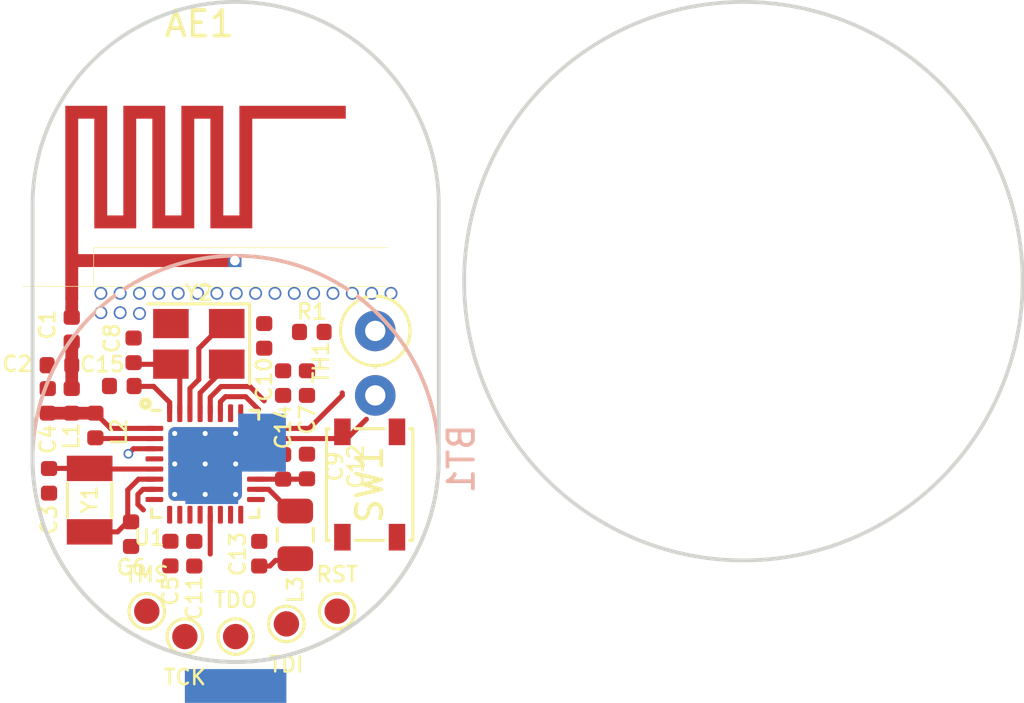
<source format=kicad_pcb>
(kicad_pcb (version 20171130) (host pcbnew "(5.0.2)-1")

  (general
    (thickness 0.8)
    (drawings 6)
    (tracks 77)
    (zones 0)
    (modules 31)
    (nets 28)
  )

  (page A4)
  (layers
    (0 F.Cu signal)
    (31 B.Cu signal)
    (32 B.Adhes user hide)
    (33 F.Adhes user hide)
    (34 B.Paste user hide)
    (35 F.Paste user hide)
    (36 B.SilkS user)
    (37 F.SilkS user)
    (38 B.Mask user)
    (39 F.Mask user)
    (40 Dwgs.User user hide)
    (41 Cmts.User user hide)
    (42 Eco1.User user hide)
    (43 Eco2.User user hide)
    (44 Edge.Cuts user)
    (45 Margin user hide)
    (46 B.CrtYd user)
    (47 F.CrtYd user)
    (48 B.Fab user hide)
    (49 F.Fab user hide)
  )

  (setup
    (last_trace_width 0.1524)
    (user_trace_width 0.1524)
    (user_trace_width 0.2)
    (user_trace_width 0.5)
    (user_trace_width 0.6)
    (user_trace_width 1.1176)
    (trace_clearance 0.2)
    (zone_clearance 0.508)
    (zone_45_only yes)
    (trace_min 0.1524)
    (segment_width 0.2)
    (edge_width 0.15)
    (via_size 0.8)
    (via_drill 0.4)
    (via_min_size 0.381)
    (via_min_drill 0.254)
    (user_via 0.381 0.254)
    (user_via 0.508 0.381)
    (uvia_size 0.3)
    (uvia_drill 0.1)
    (uvias_allowed no)
    (uvia_min_size 0.2)
    (uvia_min_drill 0.1)
    (pcb_text_width 0.3)
    (pcb_text_size 1.5 1.5)
    (mod_edge_width 0.15)
    (mod_text_size 0.5 0.5)
    (mod_text_width 0.1)
    (pad_size 1.524 1.524)
    (pad_drill 0.762)
    (pad_to_mask_clearance 0.051)
    (solder_mask_min_width 0.25)
    (aux_axis_origin 0 0)
    (visible_elements 7FFFFFFF)
    (pcbplotparams
      (layerselection 0x010fc_ffffffff)
      (usegerberextensions false)
      (usegerberattributes false)
      (usegerberadvancedattributes false)
      (creategerberjobfile false)
      (excludeedgelayer true)
      (linewidth 0.100000)
      (plotframeref false)
      (viasonmask false)
      (mode 1)
      (useauxorigin false)
      (hpglpennumber 1)
      (hpglpenspeed 20)
      (hpglpendiameter 15.000000)
      (psnegative false)
      (psa4output false)
      (plotreference true)
      (plotvalue true)
      (plotinvisibletext false)
      (padsonsilk false)
      (subtractmaskfromsilk false)
      (outputformat 1)
      (mirror false)
      (drillshape 1)
      (scaleselection 1)
      (outputdirectory ""))
  )

  (net 0 "")
  (net 1 "Net-(AE1-Pad1)")
  (net 2 VDDS)
  (net 3 GND)
  (net 4 "Net-(C1-Pad2)")
  (net 5 "Net-(C3-Pad1)")
  (net 6 "Net-(C4-Pad1)")
  (net 7 "Net-(C6-Pad1)")
  (net 8 "Net-(C8-Pad1)")
  (net 9 "Net-(C10-Pad1)")
  (net 10 "Net-(C11-Pad1)")
  (net 11 VDDR)
  (net 12 "Net-(L2-Pad2)")
  (net 13 DCDC_SW)
  (net 14 ADC0)
  (net 15 Button)
  (net 16 "Net-(TP4-Pad1)")
  (net 17 "Net-(TP5-Pad1)")
  (net 18 "Net-(TP6-Pad1)")
  (net 19 "Net-(TP7-Pad1)")
  (net 20 "Net-(TP11-Pad1)")
  (net 21 "Net-(U1-Pad4)")
  (net 22 "Net-(U1-Pad8)")
  (net 23 "Net-(U1-Pad9)")
  (net 24 "Net-(U1-Pad10)")
  (net 25 "Net-(U1-Pad22)")
  (net 26 "Net-(U1-Pad25)")
  (net 27 "Net-(U1-Pad26)")

  (net_class Default "This is the default net class."
    (clearance 0.2)
    (trace_width 0.25)
    (via_dia 0.8)
    (via_drill 0.4)
    (uvia_dia 0.3)
    (uvia_drill 0.1)
    (add_net ADC0)
    (add_net Button)
    (add_net DCDC_SW)
    (add_net GND)
    (add_net "Net-(AE1-Pad1)")
    (add_net "Net-(C1-Pad2)")
    (add_net "Net-(C10-Pad1)")
    (add_net "Net-(C11-Pad1)")
    (add_net "Net-(C3-Pad1)")
    (add_net "Net-(C4-Pad1)")
    (add_net "Net-(C6-Pad1)")
    (add_net "Net-(C8-Pad1)")
    (add_net "Net-(L2-Pad2)")
    (add_net "Net-(TP11-Pad1)")
    (add_net "Net-(TP4-Pad1)")
    (add_net "Net-(TP5-Pad1)")
    (add_net "Net-(TP6-Pad1)")
    (add_net "Net-(TP7-Pad1)")
    (add_net "Net-(U1-Pad10)")
    (add_net "Net-(U1-Pad22)")
    (add_net "Net-(U1-Pad25)")
    (add_net "Net-(U1-Pad26)")
    (add_net "Net-(U1-Pad4)")
    (add_net "Net-(U1-Pad8)")
    (add_net "Net-(U1-Pad9)")
    (add_net VDDR)
    (add_net VDDS)
  )

  (module Capacitor_SMD:C_0402_1005Metric (layer F.Cu) (tedit 5C986143) (tstamp 5CCA6479)
    (at 101.544 111.41 270)
    (descr "Capacitor SMD 0402 (1005 Metric), square (rectangular) end terminal, IPC_7351 nominal, (Body size source: http://www.tortai-tech.com/upload/download/2011102023233369053.pdf), generated with kicad-footprint-generator")
    (tags capacitor)
    (path /5C975625)
    (attr smd)
    (fp_text reference C1 (at -0.195 0.96 270) (layer F.SilkS)
      (effects (font (size 0.6 0.6) (thickness 0.1)))
    )
    (fp_text value 12pF (at 0 1.17 270) (layer F.Fab)
      (effects (font (size 1 1) (thickness 0.15)))
    )
    (fp_text user %R (at 0 0 270) (layer F.Fab)
      (effects (font (size 0.25 0.25) (thickness 0.04)))
    )
    (fp_line (start 0.93 0.47) (end -0.93 0.47) (layer F.CrtYd) (width 0.05))
    (fp_line (start 0.93 -0.47) (end 0.93 0.47) (layer F.CrtYd) (width 0.05))
    (fp_line (start -0.93 -0.47) (end 0.93 -0.47) (layer F.CrtYd) (width 0.05))
    (fp_line (start -0.93 0.47) (end -0.93 -0.47) (layer F.CrtYd) (width 0.05))
    (fp_line (start 0.5 0.25) (end -0.5 0.25) (layer F.Fab) (width 0.1))
    (fp_line (start 0.5 -0.25) (end 0.5 0.25) (layer F.Fab) (width 0.1))
    (fp_line (start -0.5 -0.25) (end 0.5 -0.25) (layer F.Fab) (width 0.1))
    (fp_line (start -0.5 0.25) (end -0.5 -0.25) (layer F.Fab) (width 0.1))
    (pad 2 smd roundrect (at 0.485 0 270) (size 0.59 0.64) (layers F.Cu F.Paste F.Mask) (roundrect_rratio 0.25)
      (net 4 "Net-(C1-Pad2)"))
    (pad 1 smd roundrect (at -0.485 0 270) (size 0.59 0.64) (layers F.Cu F.Paste F.Mask) (roundrect_rratio 0.25)
      (net 1 "Net-(AE1-Pad1)"))
    (model ${KISYS3DMOD}/Capacitor_SMD.3dshapes/C_0402_1005Metric.wrl
      (at (xyz 0 0 0))
      (scale (xyz 1 1 1))
      (rotate (xyz 0 0 0))
    )
  )

  (module Capacitor_SMD:C_0402_1005Metric (layer F.Cu) (tedit 5C986112) (tstamp 5CCA6599)
    (at 101.059 112.81 180)
    (descr "Capacitor SMD 0402 (1005 Metric), square (rectangular) end terminal, IPC_7351 nominal, (Body size source: http://www.tortai-tech.com/upload/download/2011102023233369053.pdf), generated with kicad-footprint-generator")
    (tags capacitor)
    (path /5C9754C0)
    (attr smd)
    (fp_text reference C2 (at 1.665 0.05 180) (layer F.SilkS)
      (effects (font (size 0.6 0.6) (thickness 0.1)))
    )
    (fp_text value 1.2pF (at 0 1.17 180) (layer F.Fab)
      (effects (font (size 1 1) (thickness 0.15)))
    )
    (fp_line (start -0.5 0.25) (end -0.5 -0.25) (layer F.Fab) (width 0.1))
    (fp_line (start -0.5 -0.25) (end 0.5 -0.25) (layer F.Fab) (width 0.1))
    (fp_line (start 0.5 -0.25) (end 0.5 0.25) (layer F.Fab) (width 0.1))
    (fp_line (start 0.5 0.25) (end -0.5 0.25) (layer F.Fab) (width 0.1))
    (fp_line (start -0.93 0.47) (end -0.93 -0.47) (layer F.CrtYd) (width 0.05))
    (fp_line (start -0.93 -0.47) (end 0.93 -0.47) (layer F.CrtYd) (width 0.05))
    (fp_line (start 0.93 -0.47) (end 0.93 0.47) (layer F.CrtYd) (width 0.05))
    (fp_line (start 0.93 0.47) (end -0.93 0.47) (layer F.CrtYd) (width 0.05))
    (fp_text user %R (at 0 0 180) (layer F.Fab)
      (effects (font (size 0.25 0.25) (thickness 0.04)))
    )
    (pad 1 smd roundrect (at -0.485 0 180) (size 0.59 0.64) (layers F.Cu F.Paste F.Mask) (roundrect_rratio 0.25)
      (net 4 "Net-(C1-Pad2)"))
    (pad 2 smd roundrect (at 0.485 0 180) (size 0.59 0.64) (layers F.Cu F.Paste F.Mask) (roundrect_rratio 0.25)
      (net 3 GND))
    (model ${KISYS3DMOD}/Capacitor_SMD.3dshapes/C_0402_1005Metric.wrl
      (at (xyz 0 0 0))
      (scale (xyz 1 1 1))
      (rotate (xyz 0 0 0))
    )
  )

  (module Capacitor_SMD:C_0402_1005Metric (layer F.Cu) (tedit 5C9861A1) (tstamp 5CCA2891)
    (at 100.65 117.365 270)
    (descr "Capacitor SMD 0402 (1005 Metric), square (rectangular) end terminal, IPC_7351 nominal, (Body size source: http://www.tortai-tech.com/upload/download/2011102023233369053.pdf), generated with kicad-footprint-generator")
    (tags capacitor)
    (path /5C982484)
    (attr smd)
    (fp_text reference C3 (at 1.535 0 270) (layer F.SilkS)
      (effects (font (size 0.6 0.6) (thickness 0.1)))
    )
    (fp_text value 12pF (at 0 1.17 270) (layer F.Fab)
      (effects (font (size 1 1) (thickness 0.15)))
    )
    (fp_text user %R (at 0 0 270) (layer F.Fab)
      (effects (font (size 0.25 0.25) (thickness 0.04)))
    )
    (fp_line (start 0.93 0.47) (end -0.93 0.47) (layer F.CrtYd) (width 0.05))
    (fp_line (start 0.93 -0.47) (end 0.93 0.47) (layer F.CrtYd) (width 0.05))
    (fp_line (start -0.93 -0.47) (end 0.93 -0.47) (layer F.CrtYd) (width 0.05))
    (fp_line (start -0.93 0.47) (end -0.93 -0.47) (layer F.CrtYd) (width 0.05))
    (fp_line (start 0.5 0.25) (end -0.5 0.25) (layer F.Fab) (width 0.1))
    (fp_line (start 0.5 -0.25) (end 0.5 0.25) (layer F.Fab) (width 0.1))
    (fp_line (start -0.5 -0.25) (end 0.5 -0.25) (layer F.Fab) (width 0.1))
    (fp_line (start -0.5 0.25) (end -0.5 -0.25) (layer F.Fab) (width 0.1))
    (pad 2 smd roundrect (at 0.485 0 270) (size 0.59 0.64) (layers F.Cu F.Paste F.Mask) (roundrect_rratio 0.25)
      (net 3 GND))
    (pad 1 smd roundrect (at -0.485 0 270) (size 0.59 0.64) (layers F.Cu F.Paste F.Mask) (roundrect_rratio 0.25)
      (net 5 "Net-(C3-Pad1)"))
    (model ${KISYS3DMOD}/Capacitor_SMD.3dshapes/C_0402_1005Metric.wrl
      (at (xyz 0 0 0))
      (scale (xyz 1 1 1))
      (rotate (xyz 0 0 0))
    )
  )

  (module Capacitor_SMD:C_0402_1005Metric (layer F.Cu) (tedit 5C98612A) (tstamp 5CCA682C)
    (at 100.6 114.215 90)
    (descr "Capacitor SMD 0402 (1005 Metric), square (rectangular) end terminal, IPC_7351 nominal, (Body size source: http://www.tortai-tech.com/upload/download/2011102023233369053.pdf), generated with kicad-footprint-generator")
    (tags capacitor)
    (path /5C97559F)
    (attr smd)
    (fp_text reference C4 (at -1.51 0 90) (layer F.SilkS)
      (effects (font (size 0.6 0.6) (thickness 0.1)))
    )
    (fp_text value 1.2pF (at 0 1.17 90) (layer F.Fab)
      (effects (font (size 1 1) (thickness 0.15)))
    )
    (fp_line (start -0.5 0.25) (end -0.5 -0.25) (layer F.Fab) (width 0.1))
    (fp_line (start -0.5 -0.25) (end 0.5 -0.25) (layer F.Fab) (width 0.1))
    (fp_line (start 0.5 -0.25) (end 0.5 0.25) (layer F.Fab) (width 0.1))
    (fp_line (start 0.5 0.25) (end -0.5 0.25) (layer F.Fab) (width 0.1))
    (fp_line (start -0.93 0.47) (end -0.93 -0.47) (layer F.CrtYd) (width 0.05))
    (fp_line (start -0.93 -0.47) (end 0.93 -0.47) (layer F.CrtYd) (width 0.05))
    (fp_line (start 0.93 -0.47) (end 0.93 0.47) (layer F.CrtYd) (width 0.05))
    (fp_line (start 0.93 0.47) (end -0.93 0.47) (layer F.CrtYd) (width 0.05))
    (fp_text user %R (at 0 0 90) (layer F.Fab)
      (effects (font (size 0.25 0.25) (thickness 0.04)))
    )
    (pad 1 smd roundrect (at -0.485 0 90) (size 0.59 0.64) (layers F.Cu F.Paste F.Mask) (roundrect_rratio 0.25)
      (net 6 "Net-(C4-Pad1)"))
    (pad 2 smd roundrect (at 0.485 0 90) (size 0.59 0.64) (layers F.Cu F.Paste F.Mask) (roundrect_rratio 0.25)
      (net 3 GND))
    (model ${KISYS3DMOD}/Capacitor_SMD.3dshapes/C_0402_1005Metric.wrl
      (at (xyz 0 0 0))
      (scale (xyz 1 1 1))
      (rotate (xyz 0 0 0))
    )
  )

  (module Capacitor_SMD:C_0402_1005Metric (layer F.Cu) (tedit 5C9861AA) (tstamp 5CB10227)
    (at 105.43 120.23 270)
    (descr "Capacitor SMD 0402 (1005 Metric), square (rectangular) end terminal, IPC_7351 nominal, (Body size source: http://www.tortai-tech.com/upload/download/2011102023233369053.pdf), generated with kicad-footprint-generator")
    (tags capacitor)
    (path /5C9734F9)
    (attr smd)
    (fp_text reference C5 (at 1.47 0 270) (layer F.SilkS)
      (effects (font (size 0.6 0.6) (thickness 0.1)))
    )
    (fp_text value 100nF (at 0 1.17 270) (layer F.Fab)
      (effects (font (size 1 1) (thickness 0.15)))
    )
    (fp_text user %R (at 0 0 270) (layer F.Fab)
      (effects (font (size 0.25 0.25) (thickness 0.04)))
    )
    (fp_line (start 0.93 0.47) (end -0.93 0.47) (layer F.CrtYd) (width 0.05))
    (fp_line (start 0.93 -0.47) (end 0.93 0.47) (layer F.CrtYd) (width 0.05))
    (fp_line (start -0.93 -0.47) (end 0.93 -0.47) (layer F.CrtYd) (width 0.05))
    (fp_line (start -0.93 0.47) (end -0.93 -0.47) (layer F.CrtYd) (width 0.05))
    (fp_line (start 0.5 0.25) (end -0.5 0.25) (layer F.Fab) (width 0.1))
    (fp_line (start 0.5 -0.25) (end 0.5 0.25) (layer F.Fab) (width 0.1))
    (fp_line (start -0.5 -0.25) (end 0.5 -0.25) (layer F.Fab) (width 0.1))
    (fp_line (start -0.5 0.25) (end -0.5 -0.25) (layer F.Fab) (width 0.1))
    (pad 2 smd roundrect (at 0.485 0 270) (size 0.59 0.64) (layers F.Cu F.Paste F.Mask) (roundrect_rratio 0.25)
      (net 3 GND))
    (pad 1 smd roundrect (at -0.485 0 270) (size 0.59 0.64) (layers F.Cu F.Paste F.Mask) (roundrect_rratio 0.25)
      (net 2 VDDS))
    (model ${KISYS3DMOD}/Capacitor_SMD.3dshapes/C_0402_1005Metric.wrl
      (at (xyz 0 0 0))
      (scale (xyz 1 1 1))
      (rotate (xyz 0 0 0))
    )
  )

  (module Capacitor_SMD:C_0402_1005Metric (layer F.Cu) (tedit 5C98619A) (tstamp 5CCA27B3)
    (at 103.88 119.465 270)
    (descr "Capacitor SMD 0402 (1005 Metric), square (rectangular) end terminal, IPC_7351 nominal, (Body size source: http://www.tortai-tech.com/upload/download/2011102023233369053.pdf), generated with kicad-footprint-generator")
    (tags capacitor)
    (path /5C9833EC)
    (attr smd)
    (fp_text reference C6 (at 1.31 -0.02) (layer F.SilkS)
      (effects (font (size 0.6 0.6) (thickness 0.1)))
    )
    (fp_text value 12pF (at 0 1.17 270) (layer F.Fab)
      (effects (font (size 1 1) (thickness 0.15)))
    )
    (fp_text user %R (at 0 0 270) (layer F.Fab)
      (effects (font (size 0.25 0.25) (thickness 0.04)))
    )
    (fp_line (start 0.93 0.47) (end -0.93 0.47) (layer F.CrtYd) (width 0.05))
    (fp_line (start 0.93 -0.47) (end 0.93 0.47) (layer F.CrtYd) (width 0.05))
    (fp_line (start -0.93 -0.47) (end 0.93 -0.47) (layer F.CrtYd) (width 0.05))
    (fp_line (start -0.93 0.47) (end -0.93 -0.47) (layer F.CrtYd) (width 0.05))
    (fp_line (start 0.5 0.25) (end -0.5 0.25) (layer F.Fab) (width 0.1))
    (fp_line (start 0.5 -0.25) (end 0.5 0.25) (layer F.Fab) (width 0.1))
    (fp_line (start -0.5 -0.25) (end 0.5 -0.25) (layer F.Fab) (width 0.1))
    (fp_line (start -0.5 0.25) (end -0.5 -0.25) (layer F.Fab) (width 0.1))
    (pad 2 smd roundrect (at 0.485 0 270) (size 0.59 0.64) (layers F.Cu F.Paste F.Mask) (roundrect_rratio 0.25)
      (net 3 GND))
    (pad 1 smd roundrect (at -0.485 0 270) (size 0.59 0.64) (layers F.Cu F.Paste F.Mask) (roundrect_rratio 0.25)
      (net 7 "Net-(C6-Pad1)"))
    (model ${KISYS3DMOD}/Capacitor_SMD.3dshapes/C_0402_1005Metric.wrl
      (at (xyz 0 0 0))
      (scale (xyz 1 1 1))
      (rotate (xyz 0 0 0))
    )
  )

  (module Capacitor_SMD:C_0402_1005Metric (layer F.Cu) (tedit 5C986159) (tstamp 5CB10245)
    (at 110.81 113.515 90)
    (descr "Capacitor SMD 0402 (1005 Metric), square (rectangular) end terminal, IPC_7351 nominal, (Body size source: http://www.tortai-tech.com/upload/download/2011102023233369053.pdf), generated with kicad-footprint-generator")
    (tags capacitor)
    (path /5C97354F)
    (attr smd)
    (fp_text reference C7 (at -1.445 0.01 90) (layer F.SilkS)
      (effects (font (size 0.6 0.6) (thickness 0.1)))
    )
    (fp_text value 100nF (at 0 1.17 90) (layer F.Fab)
      (effects (font (size 1 1) (thickness 0.15)))
    )
    (fp_line (start -0.5 0.25) (end -0.5 -0.25) (layer F.Fab) (width 0.1))
    (fp_line (start -0.5 -0.25) (end 0.5 -0.25) (layer F.Fab) (width 0.1))
    (fp_line (start 0.5 -0.25) (end 0.5 0.25) (layer F.Fab) (width 0.1))
    (fp_line (start 0.5 0.25) (end -0.5 0.25) (layer F.Fab) (width 0.1))
    (fp_line (start -0.93 0.47) (end -0.93 -0.47) (layer F.CrtYd) (width 0.05))
    (fp_line (start -0.93 -0.47) (end 0.93 -0.47) (layer F.CrtYd) (width 0.05))
    (fp_line (start 0.93 -0.47) (end 0.93 0.47) (layer F.CrtYd) (width 0.05))
    (fp_line (start 0.93 0.47) (end -0.93 0.47) (layer F.CrtYd) (width 0.05))
    (fp_text user %R (at 0 0 90) (layer F.Fab)
      (effects (font (size 0.25 0.25) (thickness 0.04)))
    )
    (pad 1 smd roundrect (at -0.485 0 90) (size 0.59 0.64) (layers F.Cu F.Paste F.Mask) (roundrect_rratio 0.25)
      (net 2 VDDS))
    (pad 2 smd roundrect (at 0.485 0 90) (size 0.59 0.64) (layers F.Cu F.Paste F.Mask) (roundrect_rratio 0.25)
      (net 3 GND))
    (model ${KISYS3DMOD}/Capacitor_SMD.3dshapes/C_0402_1005Metric.wrl
      (at (xyz 0 0 0))
      (scale (xyz 1 1 1))
      (rotate (xyz 0 0 0))
    )
  )

  (module Capacitor_SMD:C_0402_1005Metric (layer F.Cu) (tedit 5C9861CD) (tstamp 5CCA7548)
    (at 103.98 112.225 90)
    (descr "Capacitor SMD 0402 (1005 Metric), square (rectangular) end terminal, IPC_7351 nominal, (Body size source: http://www.tortai-tech.com/upload/download/2011102023233369053.pdf), generated with kicad-footprint-generator")
    (tags capacitor)
    (path /5C977AE2)
    (attr smd)
    (fp_text reference C8 (at 0.475 -0.855 90) (layer F.SilkS)
      (effects (font (size 0.6 0.6) (thickness 0.1)))
    )
    (fp_text value 9pF (at 0 1.17 90) (layer F.Fab)
      (effects (font (size 1 1) (thickness 0.15)))
    )
    (fp_text user %R (at 0 0 90) (layer F.Fab)
      (effects (font (size 0.25 0.25) (thickness 0.04)))
    )
    (fp_line (start 0.93 0.47) (end -0.93 0.47) (layer F.CrtYd) (width 0.05))
    (fp_line (start 0.93 -0.47) (end 0.93 0.47) (layer F.CrtYd) (width 0.05))
    (fp_line (start -0.93 -0.47) (end 0.93 -0.47) (layer F.CrtYd) (width 0.05))
    (fp_line (start -0.93 0.47) (end -0.93 -0.47) (layer F.CrtYd) (width 0.05))
    (fp_line (start 0.5 0.25) (end -0.5 0.25) (layer F.Fab) (width 0.1))
    (fp_line (start 0.5 -0.25) (end 0.5 0.25) (layer F.Fab) (width 0.1))
    (fp_line (start -0.5 -0.25) (end 0.5 -0.25) (layer F.Fab) (width 0.1))
    (fp_line (start -0.5 0.25) (end -0.5 -0.25) (layer F.Fab) (width 0.1))
    (pad 2 smd roundrect (at 0.485 0 90) (size 0.59 0.64) (layers F.Cu F.Paste F.Mask) (roundrect_rratio 0.25)
      (net 3 GND))
    (pad 1 smd roundrect (at -0.485 0 90) (size 0.59 0.64) (layers F.Cu F.Paste F.Mask) (roundrect_rratio 0.25)
      (net 8 "Net-(C8-Pad1)"))
    (model ${KISYS3DMOD}/Capacitor_SMD.3dshapes/C_0402_1005Metric.wrl
      (at (xyz 0 0 0))
      (scale (xyz 1 1 1))
      (rotate (xyz 0 0 0))
    )
  )

  (module Capacitor_SMD:C_0402_1005Metric (layer F.Cu) (tedit 5C9861C2) (tstamp 5CCA1241)
    (at 109.125 111.655 90)
    (descr "Capacitor SMD 0402 (1005 Metric), square (rectangular) end terminal, IPC_7351 nominal, (Body size source: http://www.tortai-tech.com/upload/download/2011102023233369053.pdf), generated with kicad-footprint-generator")
    (tags capacitor)
    (path /5C9779C8)
    (attr smd)
    (fp_text reference C10 (at -1.721294 -0.005836 90) (layer F.SilkS)
      (effects (font (size 0.6 0.6) (thickness 0.1)))
    )
    (fp_text value 9pF (at 0 1.17 90) (layer F.Fab)
      (effects (font (size 1 1) (thickness 0.15)))
    )
    (fp_line (start -0.5 0.25) (end -0.5 -0.25) (layer F.Fab) (width 0.1))
    (fp_line (start -0.5 -0.25) (end 0.5 -0.25) (layer F.Fab) (width 0.1))
    (fp_line (start 0.5 -0.25) (end 0.5 0.25) (layer F.Fab) (width 0.1))
    (fp_line (start 0.5 0.25) (end -0.5 0.25) (layer F.Fab) (width 0.1))
    (fp_line (start -0.93 0.47) (end -0.93 -0.47) (layer F.CrtYd) (width 0.05))
    (fp_line (start -0.93 -0.47) (end 0.93 -0.47) (layer F.CrtYd) (width 0.05))
    (fp_line (start 0.93 -0.47) (end 0.93 0.47) (layer F.CrtYd) (width 0.05))
    (fp_line (start 0.93 0.47) (end -0.93 0.47) (layer F.CrtYd) (width 0.05))
    (fp_text user %R (at 0 0 90) (layer F.Fab)
      (effects (font (size 0.25 0.25) (thickness 0.04)))
    )
    (pad 1 smd roundrect (at -0.485 0 90) (size 0.59 0.64) (layers F.Cu F.Paste F.Mask) (roundrect_rratio 0.25)
      (net 9 "Net-(C10-Pad1)"))
    (pad 2 smd roundrect (at 0.485 0 90) (size 0.59 0.64) (layers F.Cu F.Paste F.Mask) (roundrect_rratio 0.25)
      (net 3 GND))
    (model ${KISYS3DMOD}/Capacitor_SMD.3dshapes/C_0402_1005Metric.wrl
      (at (xyz 0 0 0))
      (scale (xyz 1 1 1))
      (rotate (xyz 0 0 0))
    )
  )

  (module Capacitor_SMD:C_0402_1005Metric (layer F.Cu) (tedit 5C9869C9) (tstamp 5C98A41E)
    (at 106.37 120.235 270)
    (descr "Capacitor SMD 0402 (1005 Metric), square (rectangular) end terminal, IPC_7351 nominal, (Body size source: http://www.tortai-tech.com/upload/download/2011102023233369053.pdf), generated with kicad-footprint-generator")
    (tags capacitor)
    (path /5C973BE3)
    (attr smd)
    (fp_text reference C11 (at 1.75 0 270) (layer F.SilkS)
      (effects (font (size 0.6 0.6) (thickness 0.1)))
    )
    (fp_text value 1uF (at 0 1.17 270) (layer F.Fab)
      (effects (font (size 1 1) (thickness 0.15)))
    )
    (fp_line (start -0.5 0.25) (end -0.5 -0.25) (layer F.Fab) (width 0.1))
    (fp_line (start -0.5 -0.25) (end 0.5 -0.25) (layer F.Fab) (width 0.1))
    (fp_line (start 0.5 -0.25) (end 0.5 0.25) (layer F.Fab) (width 0.1))
    (fp_line (start 0.5 0.25) (end -0.5 0.25) (layer F.Fab) (width 0.1))
    (fp_line (start -0.93 0.47) (end -0.93 -0.47) (layer F.CrtYd) (width 0.05))
    (fp_line (start -0.93 -0.47) (end 0.93 -0.47) (layer F.CrtYd) (width 0.05))
    (fp_line (start 0.93 -0.47) (end 0.93 0.47) (layer F.CrtYd) (width 0.05))
    (fp_line (start 0.93 0.47) (end -0.93 0.47) (layer F.CrtYd) (width 0.05))
    (fp_text user %R (at 0 0 270) (layer F.Fab)
      (effects (font (size 0.25 0.25) (thickness 0.04)))
    )
    (pad 1 smd roundrect (at -0.485 0 270) (size 0.59 0.64) (layers F.Cu F.Paste F.Mask) (roundrect_rratio 0.25)
      (net 10 "Net-(C11-Pad1)"))
    (pad 2 smd roundrect (at 0.485 0 270) (size 0.59 0.64) (layers F.Cu F.Paste F.Mask) (roundrect_rratio 0.25)
      (net 3 GND))
    (model ${KISYS3DMOD}/Capacitor_SMD.3dshapes/C_0402_1005Metric.wrl
      (at (xyz 0 0 0))
      (scale (xyz 1 1 1))
      (rotate (xyz 0 0 0))
    )
  )

  (module Capacitor_SMD:C_0402_1005Metric (layer F.Cu) (tedit 5C986167) (tstamp 5CBDBE02)
    (at 110.81 116.8 90)
    (descr "Capacitor SMD 0402 (1005 Metric), square (rectangular) end terminal, IPC_7351 nominal, (Body size source: http://www.tortai-tech.com/upload/download/2011102023233369053.pdf), generated with kicad-footprint-generator")
    (tags capacitor)
    (path /5C9735E6)
    (attr smd)
    (fp_text reference C12 (at 0 1.92 90) (layer F.SilkS)
      (effects (font (size 0.6 0.6) (thickness 0.1)))
    )
    (fp_text value 100nF (at 0 1.17 90) (layer F.Fab)
      (effects (font (size 1 1) (thickness 0.15)))
    )
    (fp_text user %R (at 0 0 90) (layer F.Fab)
      (effects (font (size 0.25 0.25) (thickness 0.04)))
    )
    (fp_line (start 0.93 0.47) (end -0.93 0.47) (layer F.CrtYd) (width 0.05))
    (fp_line (start 0.93 -0.47) (end 0.93 0.47) (layer F.CrtYd) (width 0.05))
    (fp_line (start -0.93 -0.47) (end 0.93 -0.47) (layer F.CrtYd) (width 0.05))
    (fp_line (start -0.93 0.47) (end -0.93 -0.47) (layer F.CrtYd) (width 0.05))
    (fp_line (start 0.5 0.25) (end -0.5 0.25) (layer F.Fab) (width 0.1))
    (fp_line (start 0.5 -0.25) (end 0.5 0.25) (layer F.Fab) (width 0.1))
    (fp_line (start -0.5 -0.25) (end 0.5 -0.25) (layer F.Fab) (width 0.1))
    (fp_line (start -0.5 0.25) (end -0.5 -0.25) (layer F.Fab) (width 0.1))
    (pad 2 smd roundrect (at 0.485 0 90) (size 0.59 0.64) (layers F.Cu F.Paste F.Mask) (roundrect_rratio 0.25)
      (net 3 GND))
    (pad 1 smd roundrect (at -0.485 0 90) (size 0.59 0.64) (layers F.Cu F.Paste F.Mask) (roundrect_rratio 0.25)
      (net 2 VDDS))
    (model ${KISYS3DMOD}/Capacitor_SMD.3dshapes/C_0402_1005Metric.wrl
      (at (xyz 0 0 0))
      (scale (xyz 1 1 1))
      (rotate (xyz 0 0 0))
    )
  )

  (module Capacitor_SMD:C_0402_1005Metric (layer F.Cu) (tedit 5C9868DD) (tstamp 5CB102B2)
    (at 109.87 113.515 90)
    (descr "Capacitor SMD 0402 (1005 Metric), square (rectangular) end terminal, IPC_7351 nominal, (Body size source: http://www.tortai-tech.com/upload/download/2011102023233369053.pdf), generated with kicad-footprint-generator")
    (tags capacitor)
    (path /5C9A033A)
    (attr smd)
    (fp_text reference C14 (at -1.74 0 90) (layer F.SilkS)
      (effects (font (size 0.6 0.6) (thickness 0.1)))
    )
    (fp_text value 100nF (at 0 1.17 90) (layer F.Fab)
      (effects (font (size 1 1) (thickness 0.15)))
    )
    (fp_line (start -0.5 0.25) (end -0.5 -0.25) (layer F.Fab) (width 0.1))
    (fp_line (start -0.5 -0.25) (end 0.5 -0.25) (layer F.Fab) (width 0.1))
    (fp_line (start 0.5 -0.25) (end 0.5 0.25) (layer F.Fab) (width 0.1))
    (fp_line (start 0.5 0.25) (end -0.5 0.25) (layer F.Fab) (width 0.1))
    (fp_line (start -0.93 0.47) (end -0.93 -0.47) (layer F.CrtYd) (width 0.05))
    (fp_line (start -0.93 -0.47) (end 0.93 -0.47) (layer F.CrtYd) (width 0.05))
    (fp_line (start 0.93 -0.47) (end 0.93 0.47) (layer F.CrtYd) (width 0.05))
    (fp_line (start 0.93 0.47) (end -0.93 0.47) (layer F.CrtYd) (width 0.05))
    (fp_text user %R (at 0 0 90) (layer F.Fab)
      (effects (font (size 0.25 0.25) (thickness 0.04)))
    )
    (pad 1 smd roundrect (at -0.485 0 90) (size 0.59 0.64) (layers F.Cu F.Paste F.Mask) (roundrect_rratio 0.25)
      (net 11 VDDR))
    (pad 2 smd roundrect (at 0.485 0 90) (size 0.59 0.64) (layers F.Cu F.Paste F.Mask) (roundrect_rratio 0.25)
      (net 3 GND))
    (model ${KISYS3DMOD}/Capacitor_SMD.3dshapes/C_0402_1005Metric.wrl
      (at (xyz 0 0 0))
      (scale (xyz 1 1 1))
      (rotate (xyz 0 0 0))
    )
  )

  (module Capacitor_SMD:C_0402_1005Metric (layer F.Cu) (tedit 5C98614E) (tstamp 5CCA730C)
    (at 103.515 113.63 180)
    (descr "Capacitor SMD 0402 (1005 Metric), square (rectangular) end terminal, IPC_7351 nominal, (Body size source: http://www.tortai-tech.com/upload/download/2011102023233369053.pdf), generated with kicad-footprint-generator")
    (tags capacitor)
    (path /5C9A0341)
    (attr smd)
    (fp_text reference C15 (at 0.765 0.855) (layer F.SilkS)
      (effects (font (size 0.6 0.6) (thickness 0.1)))
    )
    (fp_text value 100nF (at 0 1.17 180) (layer F.Fab)
      (effects (font (size 1 1) (thickness 0.15)))
    )
    (fp_text user %R (at 0 0 180) (layer F.Fab)
      (effects (font (size 0.25 0.25) (thickness 0.04)))
    )
    (fp_line (start 0.93 0.47) (end -0.93 0.47) (layer F.CrtYd) (width 0.05))
    (fp_line (start 0.93 -0.47) (end 0.93 0.47) (layer F.CrtYd) (width 0.05))
    (fp_line (start -0.93 -0.47) (end 0.93 -0.47) (layer F.CrtYd) (width 0.05))
    (fp_line (start -0.93 0.47) (end -0.93 -0.47) (layer F.CrtYd) (width 0.05))
    (fp_line (start 0.5 0.25) (end -0.5 0.25) (layer F.Fab) (width 0.1))
    (fp_line (start 0.5 -0.25) (end 0.5 0.25) (layer F.Fab) (width 0.1))
    (fp_line (start -0.5 -0.25) (end 0.5 -0.25) (layer F.Fab) (width 0.1))
    (fp_line (start -0.5 0.25) (end -0.5 -0.25) (layer F.Fab) (width 0.1))
    (pad 2 smd roundrect (at 0.485 0 180) (size 0.59 0.64) (layers F.Cu F.Paste F.Mask) (roundrect_rratio 0.25)
      (net 3 GND))
    (pad 1 smd roundrect (at -0.485 0 180) (size 0.59 0.64) (layers F.Cu F.Paste F.Mask) (roundrect_rratio 0.25)
      (net 11 VDDR))
    (model ${KISYS3DMOD}/Capacitor_SMD.3dshapes/C_0402_1005Metric.wrl
      (at (xyz 0 0 0))
      (scale (xyz 1 1 1))
      (rotate (xyz 0 0 0))
    )
  )

  (module Inductor_SMD:L_0402_1005Metric (layer F.Cu) (tedit 5C98611F) (tstamp 5CCA6761)
    (at 101.544 114.215 270)
    (descr "Inductor SMD 0402 (1005 Metric), square (rectangular) end terminal, IPC_7351 nominal, (Body size source: http://www.tortai-tech.com/upload/download/2011102023233369053.pdf), generated with kicad-footprint-generator")
    (tags inductor)
    (path /5C9753D6)
    (attr smd)
    (fp_text reference L1 (at 1.385 0.019 90) (layer F.SilkS)
      (effects (font (size 0.6 0.6) (thickness 0.1)))
    )
    (fp_text value 2nH (at 0 1.17 270) (layer F.Fab)
      (effects (font (size 1 1) (thickness 0.15)))
    )
    (fp_line (start -0.5 0.25) (end -0.5 -0.25) (layer F.Fab) (width 0.1))
    (fp_line (start -0.5 -0.25) (end 0.5 -0.25) (layer F.Fab) (width 0.1))
    (fp_line (start 0.5 -0.25) (end 0.5 0.25) (layer F.Fab) (width 0.1))
    (fp_line (start 0.5 0.25) (end -0.5 0.25) (layer F.Fab) (width 0.1))
    (fp_line (start -0.93 0.47) (end -0.93 -0.47) (layer F.CrtYd) (width 0.05))
    (fp_line (start -0.93 -0.47) (end 0.93 -0.47) (layer F.CrtYd) (width 0.05))
    (fp_line (start 0.93 -0.47) (end 0.93 0.47) (layer F.CrtYd) (width 0.05))
    (fp_line (start 0.93 0.47) (end -0.93 0.47) (layer F.CrtYd) (width 0.05))
    (fp_text user %R (at 0.231 -0.127 270) (layer F.Fab)
      (effects (font (size 0.25 0.25) (thickness 0.04)))
    )
    (pad 1 smd roundrect (at -0.485 0 270) (size 0.59 0.64) (layers F.Cu F.Paste F.Mask) (roundrect_rratio 0.25)
      (net 4 "Net-(C1-Pad2)"))
    (pad 2 smd roundrect (at 0.485 0 270) (size 0.59 0.64) (layers F.Cu F.Paste F.Mask) (roundrect_rratio 0.25)
      (net 6 "Net-(C4-Pad1)"))
    (model ${KISYS3DMOD}/Inductor_SMD.3dshapes/L_0402_1005Metric.wrl
      (at (xyz 0 0 0))
      (scale (xyz 1 1 1))
      (rotate (xyz 0 0 0))
    )
  )

  (module Inductor_SMD:L_0402_1005Metric (layer F.Cu) (tedit 5C98610C) (tstamp 5CCA6F24)
    (at 102.475 115.185 270)
    (descr "Inductor SMD 0402 (1005 Metric), square (rectangular) end terminal, IPC_7351 nominal, (Body size source: http://www.tortai-tech.com/upload/download/2011102023233369053.pdf), generated with kicad-footprint-generator")
    (tags inductor)
    (path /5C975291)
    (attr smd)
    (fp_text reference L2 (at 0.26 -0.925 90) (layer F.SilkS)
      (effects (font (size 0.6 0.6) (thickness 0.1)))
    )
    (fp_text value 15nH (at 0 1.17 270) (layer F.Fab)
      (effects (font (size 1 1) (thickness 0.15)))
    )
    (fp_text user %R (at 0 0 270) (layer F.Fab)
      (effects (font (size 0.25 0.25) (thickness 0.04)))
    )
    (fp_line (start 0.93 0.47) (end -0.93 0.47) (layer F.CrtYd) (width 0.05))
    (fp_line (start 0.93 -0.47) (end 0.93 0.47) (layer F.CrtYd) (width 0.05))
    (fp_line (start -0.93 -0.47) (end 0.93 -0.47) (layer F.CrtYd) (width 0.05))
    (fp_line (start -0.93 0.47) (end -0.93 -0.47) (layer F.CrtYd) (width 0.05))
    (fp_line (start 0.5 0.25) (end -0.5 0.25) (layer F.Fab) (width 0.1))
    (fp_line (start 0.5 -0.25) (end 0.5 0.25) (layer F.Fab) (width 0.1))
    (fp_line (start -0.5 -0.25) (end 0.5 -0.25) (layer F.Fab) (width 0.1))
    (fp_line (start -0.5 0.25) (end -0.5 -0.25) (layer F.Fab) (width 0.1))
    (pad 2 smd roundrect (at 0.485 0 270) (size 0.59 0.64) (layers F.Cu F.Paste F.Mask) (roundrect_rratio 0.25)
      (net 12 "Net-(L2-Pad2)"))
    (pad 1 smd roundrect (at -0.485 0 270) (size 0.59 0.64) (layers F.Cu F.Paste F.Mask) (roundrect_rratio 0.25)
      (net 6 "Net-(C4-Pad1)"))
    (model ${KISYS3DMOD}/Inductor_SMD.3dshapes/L_0402_1005Metric.wrl
      (at (xyz 0 0 0))
      (scale (xyz 1 1 1))
      (rotate (xyz 0 0 0))
    )
  )

  (module Inductor_SMD:L_0805_2012Metric (layer F.Cu) (tedit 5C986178) (tstamp 5CB170D2)
    (at 110.35 119.4925 270)
    (descr "Inductor SMD 0805 (2012 Metric), square (rectangular) end terminal, IPC_7351 nominal, (Body size source: https://docs.google.com/spreadsheets/d/1BsfQQcO9C6DZCsRaXUlFlo91Tg2WpOkGARC1WS5S8t0/edit?usp=sharing), generated with kicad-footprint-generator")
    (tags inductor)
    (path /5C9AA17D)
    (attr smd)
    (fp_text reference L3 (at 2.1625 0 270) (layer F.SilkS)
      (effects (font (size 0.6 0.6) (thickness 0.1)))
    )
    (fp_text value 10uH (at 0 1.65 270) (layer F.Fab)
      (effects (font (size 1 1) (thickness 0.15)))
    )
    (fp_line (start -1 0.6) (end -1 -0.6) (layer F.Fab) (width 0.1))
    (fp_line (start -1 -0.6) (end 1 -0.6) (layer F.Fab) (width 0.1))
    (fp_line (start 1 -0.6) (end 1 0.6) (layer F.Fab) (width 0.1))
    (fp_line (start 1 0.6) (end -1 0.6) (layer F.Fab) (width 0.1))
    (fp_line (start -0.258578 -0.71) (end 0.258578 -0.71) (layer F.SilkS) (width 0.12))
    (fp_line (start -0.258578 0.71) (end 0.258578 0.71) (layer F.SilkS) (width 0.12))
    (fp_line (start -1.68 0.95) (end -1.68 -0.95) (layer F.CrtYd) (width 0.05))
    (fp_line (start -1.68 -0.95) (end 1.68 -0.95) (layer F.CrtYd) (width 0.05))
    (fp_line (start 1.68 -0.95) (end 1.68 0.95) (layer F.CrtYd) (width 0.05))
    (fp_line (start 1.68 0.95) (end -1.68 0.95) (layer F.CrtYd) (width 0.05))
    (fp_text user %R (at 0 0 270) (layer F.Fab)
      (effects (font (size 0.5 0.5) (thickness 0.08)))
    )
    (pad 1 smd roundrect (at -0.9375 0 270) (size 0.975 1.4) (layers F.Cu F.Paste F.Mask) (roundrect_rratio 0.25)
      (net 13 DCDC_SW))
    (pad 2 smd roundrect (at 0.9375 0 270) (size 0.975 1.4) (layers F.Cu F.Paste F.Mask) (roundrect_rratio 0.25)
      (net 11 VDDR))
    (model ${KISYS3DMOD}/Inductor_SMD.3dshapes/L_0805_2012Metric.wrl
      (at (xyz 0 0 0))
      (scale (xyz 1 1 1))
      (rotate (xyz 0 0 0))
    )
  )

  (module Resistor_SMD:R_0402_1005Metric (layer F.Cu) (tedit 5C9886AF) (tstamp 5CB102FF)
    (at 111 111.5 180)
    (descr "Resistor SMD 0402 (1005 Metric), square (rectangular) end terminal, IPC_7351 nominal, (Body size source: http://www.tortai-tech.com/upload/download/2011102023233369053.pdf), generated with kicad-footprint-generator")
    (tags resistor)
    (path /5C9B5045)
    (attr smd)
    (fp_text reference R1 (at 0 0.8 180) (layer F.SilkS)
      (effects (font (size 0.6 0.6) (thickness 0.1)))
    )
    (fp_text value 51k (at 0 1.17 180) (layer F.Fab)
      (effects (font (size 1 1) (thickness 0.15)))
    )
    (fp_line (start -0.5 0.25) (end -0.5 -0.25) (layer F.Fab) (width 0.1))
    (fp_line (start -0.5 -0.25) (end 0.5 -0.25) (layer F.Fab) (width 0.1))
    (fp_line (start 0.5 -0.25) (end 0.5 0.25) (layer F.Fab) (width 0.1))
    (fp_line (start 0.5 0.25) (end -0.5 0.25) (layer F.Fab) (width 0.1))
    (fp_line (start -0.93 0.47) (end -0.93 -0.47) (layer F.CrtYd) (width 0.05))
    (fp_line (start -0.93 -0.47) (end 0.93 -0.47) (layer F.CrtYd) (width 0.05))
    (fp_line (start 0.93 -0.47) (end 0.93 0.47) (layer F.CrtYd) (width 0.05))
    (fp_line (start 0.93 0.47) (end -0.93 0.47) (layer F.CrtYd) (width 0.05))
    (fp_text user %R (at 0 0 180) (layer F.Fab)
      (effects (font (size 0.25 0.25) (thickness 0.04)))
    )
    (pad 1 smd roundrect (at -0.485 0 180) (size 0.59 0.64) (layers F.Cu F.Paste F.Mask) (roundrect_rratio 0.25)
      (net 14 ADC0))
    (pad 2 smd roundrect (at 0.485 0 180) (size 0.59 0.64) (layers F.Cu F.Paste F.Mask) (roundrect_rratio 0.25)
      (net 3 GND))
    (model ${KISYS3DMOD}/Resistor_SMD.3dshapes/R_0402_1005Metric.wrl
      (at (xyz 0 0 0))
      (scale (xyz 1 1 1))
      (rotate (xyz 0 0 0))
    )
  )

  (module Resistor_THT:R_Axial_DIN0207_L6.3mm_D2.5mm_P2.54mm_Vertical (layer F.Cu) (tedit 5C9886BE) (tstamp 5CBDBEBE)
    (at 113.5 111.46 270)
    (descr "Resistor, Axial_DIN0207 series, Axial, Vertical, pin pitch=2.54mm, 0.25W = 1/4W, length*diameter=6.3*2.5mm^2, http://cdn-reichelt.de/documents/datenblatt/B400/1_4W%23YAG.pdf")
    (tags "Resistor Axial_DIN0207 series Axial Vertical pin pitch 2.54mm 0.25W = 1/4W length 6.3mm diameter 2.5mm")
    (path /5C9B4F2F)
    (fp_text reference TH1 (at 1.24 2.14 270) (layer F.SilkS)
      (effects (font (size 0.6 0.6) (thickness 0.1)))
    )
    (fp_text value Thermistor (at 1.27 2.37 270) (layer F.Fab)
      (effects (font (size 1 1) (thickness 0.15)))
    )
    (fp_circle (center 0 0) (end 1.25 0) (layer F.Fab) (width 0.1))
    (fp_circle (center 0 0) (end 1.37 0) (layer F.SilkS) (width 0.12))
    (fp_line (start 0 0) (end 2.54 0) (layer F.Fab) (width 0.1))
    (fp_line (start 1.37 0) (end 1.44 0) (layer F.SilkS) (width 0.12))
    (fp_line (start -1.5 -1.5) (end -1.5 1.5) (layer F.CrtYd) (width 0.05))
    (fp_line (start -1.5 1.5) (end 3.59 1.5) (layer F.CrtYd) (width 0.05))
    (fp_line (start 3.59 1.5) (end 3.59 -1.5) (layer F.CrtYd) (width 0.05))
    (fp_line (start 3.59 -1.5) (end -1.5 -1.5) (layer F.CrtYd) (width 0.05))
    (fp_text user %R (at 1.27 -2.37 270) (layer F.Fab)
      (effects (font (size 1 1) (thickness 0.15)))
    )
    (pad 1 thru_hole circle (at 0 0 270) (size 1.6 1.6) (drill 0.8) (layers *.Cu *.Mask)
      (net 2 VDDS))
    (pad 2 thru_hole oval (at 2.54 0 270) (size 1.6 1.6) (drill 0.8) (layers *.Cu *.Mask)
      (net 14 ADC0))
    (model ${KISYS3DMOD}/Resistor_THT.3dshapes/R_Axial_DIN0207_L6.3mm_D2.5mm_P2.54mm_Vertical.wrl
      (at (xyz 0 0 0))
      (scale (xyz 1 1 1))
      (rotate (xyz 0 0 0))
    )
  )

  (module Package_DFN_QFN:QFN-32-1EP_4x4mm_P0.4mm_EP2.9x2.9mm_ThermalVias (layer F.Cu) (tedit 5C9861B3) (tstamp 5CCA1B0E)
    (at 106.8 116.7)
    (descr "QFN, 32 Pin (http://ww1.microchip.com/downloads/en/DeviceDoc/atmel-8153-8-and-16-bit-avr-microcontroller-xmega-e-atxmega8e5-atxmega16e5-atxmega32e5_datasheet.pdf (Page 70)), generated with kicad-footprint-generator ipc_dfn_qfn_generator.py")
    (tags "QFN DFN_QFN")
    (path /5C973158)
    (attr smd)
    (fp_text reference U1 (at -2.2 2.9 180) (layer F.SilkS)
      (effects (font (size 0.6 0.6) (thickness 0.1)))
    )
    (fp_text value CC2640R2FRSM (at 0 3.3) (layer F.Fab)
      (effects (font (size 1 1) (thickness 0.15)))
    )
    (fp_line (start 1.76 -2.11) (end 2.11 -2.11) (layer F.SilkS) (width 0.12))
    (fp_line (start 2.11 -2.11) (end 2.11 -1.76) (layer F.SilkS) (width 0.12))
    (fp_line (start -1.76 2.11) (end -2.11 2.11) (layer F.SilkS) (width 0.12))
    (fp_line (start -2.11 2.11) (end -2.11 1.76) (layer F.SilkS) (width 0.12))
    (fp_line (start 1.76 2.11) (end 2.11 2.11) (layer F.SilkS) (width 0.12))
    (fp_line (start 2.11 2.11) (end 2.11 1.76) (layer F.SilkS) (width 0.12))
    (fp_line (start -1.76 -2.11) (end -2.11 -2.11) (layer F.SilkS) (width 0.12))
    (fp_line (start -1 -2) (end 2 -2) (layer F.Fab) (width 0.1))
    (fp_line (start 2 -2) (end 2 2) (layer F.Fab) (width 0.1))
    (fp_line (start 2 2) (end -2 2) (layer F.Fab) (width 0.1))
    (fp_line (start -2 2) (end -2 -1) (layer F.Fab) (width 0.1))
    (fp_line (start -2 -1) (end -1 -2) (layer F.Fab) (width 0.1))
    (fp_line (start -2.6 -2.6) (end -2.6 2.6) (layer F.CrtYd) (width 0.05))
    (fp_line (start -2.6 2.6) (end 2.6 2.6) (layer F.CrtYd) (width 0.05))
    (fp_line (start 2.6 2.6) (end 2.6 -2.6) (layer F.CrtYd) (width 0.05))
    (fp_line (start 2.6 -2.6) (end -2.6 -2.6) (layer F.CrtYd) (width 0.05))
    (fp_text user %R (at 0 0) (layer F.Fab)
      (effects (font (size 1 1) (thickness 0.15)))
    )
    (pad 33 smd roundrect (at 0 0) (size 2.9 2.9) (layers F.Cu F.Mask) (roundrect_rratio 0.08620700000000001))
    (pad 33 thru_hole circle (at -1.2 -1.2) (size 0.5 0.5) (drill 0.2) (layers *.Cu))
    (pad 33 thru_hole circle (at 0 -1.2) (size 0.5 0.5) (drill 0.2) (layers *.Cu))
    (pad 33 thru_hole circle (at 1.2 -1.2) (size 0.5 0.5) (drill 0.2) (layers *.Cu))
    (pad 33 thru_hole circle (at -1.2 0) (size 0.5 0.5) (drill 0.2) (layers *.Cu))
    (pad 33 thru_hole circle (at 0 0) (size 0.5 0.5) (drill 0.2) (layers *.Cu))
    (pad 33 thru_hole circle (at 1.2 0) (size 0.5 0.5) (drill 0.2) (layers *.Cu))
    (pad 33 thru_hole circle (at -1.2 1.2) (size 0.5 0.5) (drill 0.2) (layers *.Cu))
    (pad 33 thru_hole circle (at 0 1.2) (size 0.5 0.5) (drill 0.2) (layers *.Cu))
    (pad 33 thru_hole circle (at 1.2 1.2) (size 0.5 0.5) (drill 0.2) (layers *.Cu))
    (pad 33 smd roundrect (at 0 0) (size 2.9 2.9) (layers B.Cu) (roundrect_rratio 0.08620700000000001))
    (pad "" smd roundrect (at -0.725 -0.725) (size 1.26 1.26) (layers F.Paste) (roundrect_rratio 0.198413))
    (pad "" smd roundrect (at -0.725 0.725) (size 1.26 1.26) (layers F.Paste) (roundrect_rratio 0.198413))
    (pad "" smd roundrect (at 0.725 -0.725) (size 1.26 1.26) (layers F.Paste) (roundrect_rratio 0.198413))
    (pad "" smd roundrect (at 0.725 0.725) (size 1.26 1.26) (layers F.Paste) (roundrect_rratio 0.198413))
    (pad 1 smd roundrect (at -2 -1.4) (size 0.7 0.2) (layers F.Cu F.Paste F.Mask) (roundrect_rratio 0.25)
      (net 6 "Net-(C4-Pad1)"))
    (pad 2 smd roundrect (at -2 -1) (size 0.7 0.2) (layers F.Cu F.Paste F.Mask) (roundrect_rratio 0.25)
      (net 12 "Net-(L2-Pad2)"))
    (pad 3 smd roundrect (at -2 -0.6) (size 0.7 0.2) (layers F.Cu F.Paste F.Mask) (roundrect_rratio 0.25)
      (net 3 GND))
    (pad 4 smd roundrect (at -2 -0.2) (size 0.7 0.2) (layers F.Cu F.Paste F.Mask) (roundrect_rratio 0.25)
      (net 21 "Net-(U1-Pad4)"))
    (pad 5 smd roundrect (at -2 0.2) (size 0.7 0.2) (layers F.Cu F.Paste F.Mask) (roundrect_rratio 0.25)
      (net 5 "Net-(C3-Pad1)"))
    (pad 6 smd roundrect (at -2 0.6) (size 0.7 0.2) (layers F.Cu F.Paste F.Mask) (roundrect_rratio 0.25)
      (net 7 "Net-(C6-Pad1)"))
    (pad 7 smd roundrect (at -2 1) (size 0.7 0.2) (layers F.Cu F.Paste F.Mask) (roundrect_rratio 0.25)
      (net 3 GND))
    (pad 8 smd roundrect (at -2 1.4) (size 0.7 0.2) (layers F.Cu F.Paste F.Mask) (roundrect_rratio 0.25)
      (net 22 "Net-(U1-Pad8)"))
    (pad 9 smd roundrect (at -1.4 2) (size 0.2 0.7) (layers F.Cu F.Paste F.Mask) (roundrect_rratio 0.25)
      (net 23 "Net-(U1-Pad9)"))
    (pad 10 smd roundrect (at -1 2) (size 0.2 0.7) (layers F.Cu F.Paste F.Mask) (roundrect_rratio 0.25)
      (net 24 "Net-(U1-Pad10)"))
    (pad 11 smd roundrect (at -0.6 2) (size 0.2 0.7) (layers F.Cu F.Paste F.Mask) (roundrect_rratio 0.25)
      (net 2 VDDS))
    (pad 12 smd roundrect (at -0.2 2) (size 0.2 0.7) (layers F.Cu F.Paste F.Mask) (roundrect_rratio 0.25)
      (net 10 "Net-(C11-Pad1)"))
    (pad 13 smd roundrect (at 0.2 2) (size 0.2 0.7) (layers F.Cu F.Paste F.Mask) (roundrect_rratio 0.25)
      (net 16 "Net-(TP4-Pad1)"))
    (pad 14 smd roundrect (at 0.6 2) (size 0.2 0.7) (layers F.Cu F.Paste F.Mask) (roundrect_rratio 0.25)
      (net 17 "Net-(TP5-Pad1)"))
    (pad 15 smd roundrect (at 1 2) (size 0.2 0.7) (layers F.Cu F.Paste F.Mask) (roundrect_rratio 0.25)
      (net 18 "Net-(TP6-Pad1)"))
    (pad 16 smd roundrect (at 1.4 2) (size 0.2 0.7) (layers F.Cu F.Paste F.Mask) (roundrect_rratio 0.25)
      (net 19 "Net-(TP7-Pad1)"))
    (pad 17 smd roundrect (at 2 1.4) (size 0.7 0.2) (layers F.Cu F.Paste F.Mask) (roundrect_rratio 0.25)
      (net 3 GND))
    (pad 18 smd roundrect (at 2 1) (size 0.7 0.2) (layers F.Cu F.Paste F.Mask) (roundrect_rratio 0.25)
      (net 13 DCDC_SW))
    (pad 19 smd roundrect (at 2 0.6) (size 0.7 0.2) (layers F.Cu F.Paste F.Mask) (roundrect_rratio 0.25)
      (net 2 VDDS))
    (pad 20 smd roundrect (at 2 0.2) (size 0.7 0.2) (layers F.Cu F.Paste F.Mask) (roundrect_rratio 0.25)
      (net 3 GND))
    (pad 21 smd roundrect (at 2 -0.2) (size 0.7 0.2) (layers F.Cu F.Paste F.Mask) (roundrect_rratio 0.25)
      (net 20 "Net-(TP11-Pad1)"))
    (pad 22 smd roundrect (at 2 -0.6) (size 0.7 0.2) (layers F.Cu F.Paste F.Mask) (roundrect_rratio 0.25)
      (net 25 "Net-(U1-Pad22)"))
    (pad 23 smd roundrect (at 2 -1) (size 0.7 0.2) (layers F.Cu F.Paste F.Mask) (roundrect_rratio 0.25)
      (net 14 ADC0))
    (pad 24 smd roundrect (at 2 -1.4) (size 0.7 0.2) (layers F.Cu F.Paste F.Mask) (roundrect_rratio 0.25)
      (net 15 Button))
    (pad 25 smd roundrect (at 1.4 -2) (size 0.2 0.7) (layers F.Cu F.Paste F.Mask) (roundrect_rratio 0.25)
      (net 26 "Net-(U1-Pad25)"))
    (pad 26 smd roundrect (at 1 -2) (size 0.2 0.7) (layers F.Cu F.Paste F.Mask) (roundrect_rratio 0.25)
      (net 27 "Net-(U1-Pad26)"))
    (pad 27 smd roundrect (at 0.6 -2) (size 0.2 0.7) (layers F.Cu F.Paste F.Mask) (roundrect_rratio 0.25)
      (net 2 VDDS))
    (pad 28 smd roundrect (at 0.2 -2) (size 0.2 0.7) (layers F.Cu F.Paste F.Mask) (roundrect_rratio 0.25)
      (net 11 VDDR))
    (pad 29 smd roundrect (at -0.2 -2) (size 0.2 0.7) (layers F.Cu F.Paste F.Mask) (roundrect_rratio 0.25)
      (net 3 GND))
    (pad 30 smd roundrect (at -0.6 -2) (size 0.2 0.7) (layers F.Cu F.Paste F.Mask) (roundrect_rratio 0.25)
      (net 9 "Net-(C10-Pad1)"))
    (pad 31 smd roundrect (at -1 -2) (size 0.2 0.7) (layers F.Cu F.Paste F.Mask) (roundrect_rratio 0.25)
      (net 8 "Net-(C8-Pad1)"))
    (pad 32 smd roundrect (at -1.4 -2) (size 0.2 0.7) (layers F.Cu F.Paste F.Mask) (roundrect_rratio 0.25)
      (net 11 VDDR))
    (model ${KISYS3DMOD}/Package_DFN_QFN.3dshapes/QFN-32-1EP_4x4mm_P0.4mm_EP2.9x2.9mm.wrl
      (at (xyz 0 0 0))
      (scale (xyz 1 1 1))
      (rotate (xyz 0 0 0))
    )
  )

  (module Crystal:Crystal_SMD_3215-2Pin_3.2x1.5mm (layer F.Cu) (tedit 5C986190) (tstamp 5CB103F7)
    (at 102.25 118.125 90)
    (descr "SMD Crystal FC-135 https://support.epson.biz/td/api/doc_check.php?dl=brief_FC-135R_en.pdf")
    (tags "SMD SMT Crystal")
    (path /5C981F5D)
    (attr smd)
    (fp_text reference Y1 (at 0.02 0 90) (layer F.SilkS)
      (effects (font (size 0.6 0.6) (thickness 0.1)))
    )
    (fp_text value 32.768kHz (at 0 2 90) (layer F.Fab)
      (effects (font (size 1 1) (thickness 0.15)))
    )
    (fp_line (start 2 -1.15) (end 2 1.15) (layer F.CrtYd) (width 0.05))
    (fp_line (start -2 -1.15) (end -2 1.15) (layer F.CrtYd) (width 0.05))
    (fp_line (start -2 1.15) (end 2 1.15) (layer F.CrtYd) (width 0.05))
    (fp_line (start -1.6 0.75) (end 1.6 0.75) (layer F.Fab) (width 0.1))
    (fp_line (start -1.6 -0.75) (end 1.6 -0.75) (layer F.Fab) (width 0.1))
    (fp_line (start 1.6 -0.75) (end 1.6 0.75) (layer F.Fab) (width 0.1))
    (fp_line (start -0.675 -0.875) (end 0.675 -0.875) (layer F.SilkS) (width 0.12))
    (fp_line (start -0.675 0.875) (end 0.675 0.875) (layer F.SilkS) (width 0.12))
    (fp_line (start -1.6 -0.75) (end -1.6 0.75) (layer F.Fab) (width 0.1))
    (fp_line (start -2 -1.15) (end 2 -1.15) (layer F.CrtYd) (width 0.05))
    (fp_text user %R (at 0 -2 90) (layer F.Fab)
      (effects (font (size 1 1) (thickness 0.15)))
    )
    (pad 2 smd rect (at -1.25 0 90) (size 1 1.8) (layers F.Cu F.Paste F.Mask)
      (net 7 "Net-(C6-Pad1)"))
    (pad 1 smd rect (at 1.25 0 90) (size 1 1.8) (layers F.Cu F.Paste F.Mask)
      (net 5 "Net-(C3-Pad1)"))
    (model ${KISYS3DMOD}/Crystal.3dshapes/Crystal_SMD_3215-2Pin_3.2x1.5mm.wrl
      (at (xyz 0 0 0))
      (scale (xyz 1 1 1))
      (rotate (xyz 0 0 0))
    )
  )

  (module Crystal:Crystal_SMD_SeikoEpson_TSX3225-4Pin_3.2x2.5mm (layer F.Cu) (tedit 5C9861C7) (tstamp 5CCA4206)
    (at 106.55 111.97 180)
    (descr "crystal Epson Toyocom TSX-3225 series https://support.epson.biz/td/api/doc_check.php?dl=brief_fa-238v_en.pdf, 3.2x2.5mm^2 package")
    (tags "SMD SMT crystal")
    (path /5C977932)
    (attr smd)
    (fp_text reference Y2 (at 0 2.010894 180) (layer F.SilkS)
      (effects (font (size 0.6 0.6) (thickness 0.1)))
    )
    (fp_text value 24MHz (at 0 2.45 180) (layer F.Fab)
      (effects (font (size 1 1) (thickness 0.15)))
    )
    (fp_text user %R (at 0 0 180) (layer F.Fab)
      (effects (font (size 0.7 0.7) (thickness 0.105)))
    )
    (fp_line (start -1.5 -1.25) (end 1.5 -1.25) (layer F.Fab) (width 0.1))
    (fp_line (start 1.5 -1.25) (end 1.6 -1.15) (layer F.Fab) (width 0.1))
    (fp_line (start 1.6 -1.15) (end 1.6 1.15) (layer F.Fab) (width 0.1))
    (fp_line (start 1.6 1.15) (end 1.5 1.25) (layer F.Fab) (width 0.1))
    (fp_line (start 1.5 1.25) (end -1.5 1.25) (layer F.Fab) (width 0.1))
    (fp_line (start -1.5 1.25) (end -1.6 1.15) (layer F.Fab) (width 0.1))
    (fp_line (start -1.6 1.15) (end -1.6 -1.15) (layer F.Fab) (width 0.1))
    (fp_line (start -1.6 -1.15) (end -1.5 -1.25) (layer F.Fab) (width 0.1))
    (fp_line (start -1.6 0.25) (end -0.6 1.25) (layer F.Fab) (width 0.1))
    (fp_line (start -2 -1.575) (end -2 1.575) (layer F.SilkS) (width 0.12))
    (fp_line (start -2 1.575) (end 2 1.575) (layer F.SilkS) (width 0.12))
    (fp_line (start -2.1 -1.7) (end -2.1 1.7) (layer F.CrtYd) (width 0.05))
    (fp_line (start -2.1 1.7) (end 2.1 1.7) (layer F.CrtYd) (width 0.05))
    (fp_line (start 2.1 1.7) (end 2.1 -1.7) (layer F.CrtYd) (width 0.05))
    (fp_line (start 2.1 -1.7) (end -2.1 -1.7) (layer F.CrtYd) (width 0.05))
    (pad 1 smd rect (at -1.1 0.8 180) (size 1.4 1.15) (layers F.Cu F.Paste F.Mask)
      (net 9 "Net-(C10-Pad1)"))
    (pad 2 smd rect (at 1.1 0.8 180) (size 1.4 1.15) (layers F.Cu F.Paste F.Mask)
      (net 3 GND))
    (pad 3 smd rect (at 1.1 -0.8 180) (size 1.4 1.15) (layers F.Cu F.Paste F.Mask)
      (net 8 "Net-(C8-Pad1)"))
    (pad 4 smd rect (at -1.1 -0.8 180) (size 1.4 1.15) (layers F.Cu F.Paste F.Mask)
      (net 3 GND))
    (model ${KISYS3DMOD}/Crystal.3dshapes/Crystal_SMD_SeikoEpson_TSX3225-4Pin_3.2x2.5mm.wrl
      (at (xyz 0 0 0))
      (scale (xyz 1 1 1))
      (rotate (xyz 0 0 0))
    )
  )

  (module Capacitor_SMD:C_0402_1005Metric (layer F.Cu) (tedit 5C9872D0) (tstamp 5CB18462)
    (at 109.87 116.815 90)
    (descr "Capacitor SMD 0402 (1005 Metric), square (rectangular) end terminal, IPC_7351 nominal, (Body size source: http://www.tortai-tech.com/upload/download/2011102023233369053.pdf), generated with kicad-footprint-generator")
    (tags capacitor)
    (path /5C973573)
    (attr smd)
    (fp_text reference C9 (at 0.015 2.04 90) (layer F.SilkS)
      (effects (font (size 0.6 0.6) (thickness 0.1)))
    )
    (fp_text value 10uF (at 0 1.17 90) (layer F.Fab)
      (effects (font (size 1 1) (thickness 0.15)))
    )
    (fp_line (start -0.5 0.25) (end -0.5 -0.25) (layer F.Fab) (width 0.1))
    (fp_line (start -0.5 -0.25) (end 0.5 -0.25) (layer F.Fab) (width 0.1))
    (fp_line (start 0.5 -0.25) (end 0.5 0.25) (layer F.Fab) (width 0.1))
    (fp_line (start 0.5 0.25) (end -0.5 0.25) (layer F.Fab) (width 0.1))
    (fp_line (start -0.93 0.47) (end -0.93 -0.47) (layer F.CrtYd) (width 0.05))
    (fp_line (start -0.93 -0.47) (end 0.93 -0.47) (layer F.CrtYd) (width 0.05))
    (fp_line (start 0.93 -0.47) (end 0.93 0.47) (layer F.CrtYd) (width 0.05))
    (fp_line (start 0.93 0.47) (end -0.93 0.47) (layer F.CrtYd) (width 0.05))
    (fp_text user %R (at 0 0 90) (layer F.Fab)
      (effects (font (size 0.25 0.25) (thickness 0.04)))
    )
    (pad 1 smd roundrect (at -0.485 0 90) (size 0.59 0.64) (layers F.Cu F.Paste F.Mask) (roundrect_rratio 0.25)
      (net 2 VDDS))
    (pad 2 smd roundrect (at 0.485 0 90) (size 0.59 0.64) (layers F.Cu F.Paste F.Mask) (roundrect_rratio 0.25)
      (net 3 GND))
    (model ${KISYS3DMOD}/Capacitor_SMD.3dshapes/C_0402_1005Metric.wrl
      (at (xyz 0 0 0))
      (scale (xyz 1 1 1))
      (rotate (xyz 0 0 0))
    )
  )

  (module Capacitor_SMD:C_0402_1005Metric (layer F.Cu) (tedit 5C9872CB) (tstamp 5CB18471)
    (at 108.93 120.235 90)
    (descr "Capacitor SMD 0402 (1005 Metric), square (rectangular) end terminal, IPC_7351 nominal, (Body size source: http://www.tortai-tech.com/upload/download/2011102023233369053.pdf), generated with kicad-footprint-generator")
    (tags capacitor)
    (path /5C9A7B8C)
    (attr smd)
    (fp_text reference C13 (at -0.015 -0.85 90) (layer F.SilkS)
      (effects (font (size 0.6 0.6) (thickness 0.1)))
    )
    (fp_text value 10uF (at 0 1.17 90) (layer F.Fab)
      (effects (font (size 1 1) (thickness 0.15)))
    )
    (fp_text user %R (at 0 0 90) (layer F.Fab)
      (effects (font (size 0.25 0.25) (thickness 0.04)))
    )
    (fp_line (start 0.93 0.47) (end -0.93 0.47) (layer F.CrtYd) (width 0.05))
    (fp_line (start 0.93 -0.47) (end 0.93 0.47) (layer F.CrtYd) (width 0.05))
    (fp_line (start -0.93 -0.47) (end 0.93 -0.47) (layer F.CrtYd) (width 0.05))
    (fp_line (start -0.93 0.47) (end -0.93 -0.47) (layer F.CrtYd) (width 0.05))
    (fp_line (start 0.5 0.25) (end -0.5 0.25) (layer F.Fab) (width 0.1))
    (fp_line (start 0.5 -0.25) (end 0.5 0.25) (layer F.Fab) (width 0.1))
    (fp_line (start -0.5 -0.25) (end 0.5 -0.25) (layer F.Fab) (width 0.1))
    (fp_line (start -0.5 0.25) (end -0.5 -0.25) (layer F.Fab) (width 0.1))
    (pad 2 smd roundrect (at 0.485 0 90) (size 0.59 0.64) (layers F.Cu F.Paste F.Mask) (roundrect_rratio 0.25)
      (net 3 GND))
    (pad 1 smd roundrect (at -0.485 0 90) (size 0.59 0.64) (layers F.Cu F.Paste F.Mask) (roundrect_rratio 0.25)
      (net 11 VDDR))
    (model ${KISYS3DMOD}/Capacitor_SMD.3dshapes/C_0402_1005Metric.wrl
      (at (xyz 0 0 0))
      (scale (xyz 1 1 1))
      (rotate (xyz 0 0 0))
    )
  )

  (module testDesign:BatteryHolder_Keystone_120_118_CR1616 (layer B.Cu) (tedit 5C987926) (tstamp 5CBDB0DE)
    (at 108 116.5 90)
    (path /5C9730AD)
    (fp_text reference BT1 (at 0 8.89 90) (layer B.SilkS)
      (effects (font (size 1 1) (thickness 0.15)) (justify mirror))
    )
    (fp_text value Battery_Cell (at 0 10.922 90) (layer B.Fab)
      (effects (font (size 1 1) (thickness 0.15)) (justify mirror))
    )
    (fp_circle (center 0 0) (end 8 0) (layer B.SilkS) (width 0.15))
    (fp_poly (pts (xy -0.5 0.1) (xy 1.78 0.1) (xy 1.78 1.98) (xy -0.5 1.98)) (layer B.Cu) (width 0))
    (pad 1 smd custom (at -0.64 -0.94 90) (size 2.28 2.08) (layers B.Cu B.Paste B.Mask)
      (net 2 VDDS) (zone_connect 0)
      (options (clearance outline) (anchor rect))
      (primitives
      ))
    (pad 2 smd rect (at -8.955 0 90) (size 1.35 4) (layers B.Cu B.Paste B.Mask)
      (net 3 GND))
  )

  (module testDesign:TestDesign2_Antenna (layer F.Cu) (tedit 5C98835A) (tstamp 5C98A4C7)
    (at 101.29 109.705)
    (path /5C976E8B)
    (fp_text reference AE1 (at 5.2832 -10.3378) (layer F.SilkS)
      (effects (font (size 1 1) (thickness 0.15)))
    )
    (fp_text value Antenna (at 5.7658 -12.2682) (layer F.Fab)
      (effects (font (size 1 1) (thickness 0.15)))
    )
    (fp_poly (pts (xy 0 0) (xy 0 -7.112) (xy 1.651 -7.112) (xy 1.651 -2.794)
      (xy 2.286 -2.794) (xy 2.286 -7.112) (xy 3.937 -7.112) (xy 3.937 -2.794)
      (xy 4.572 -2.794) (xy 4.572 -7.112) (xy 6.223 -7.112) (xy 6.223 -2.794)
      (xy 6.858 -2.794) (xy 6.858 -7.112) (xy 11.049 -7.112) (xy 11.049 -6.604)
      (xy 7.366 -6.604) (xy 7.366 -2.286) (xy 5.715 -2.286) (xy 5.715 -6.604)
      (xy 5.08 -6.604) (xy 5.08 -2.286) (xy 3.429 -2.286) (xy 3.429 -6.604)
      (xy 2.794 -6.604) (xy 2.794 -2.286) (xy 1.143 -2.286) (xy 1.143 -6.604)
      (xy 0.508 -6.604) (xy 0.508 -1.27) (xy 6.9342 -1.27) (xy 6.9342 -0.762)
      (xy 0.508 -0.762) (xy 0.508 0)) (layer F.Cu) (width 0))
    (fp_line (start 1.1176 0) (end -1.6764 0) (layer F.SilkS) (width 0.0254))
    (fp_line (start 1.1176 0) (end 1.1176 -1.524) (layer F.SilkS) (width 0.0254))
    (fp_line (start 1.1176 -1.524) (end 12.7 -1.524) (layer F.SilkS) (width 0.0254))
    (fp_line (start 1.1176 0) (end 12.7 0) (layer F.SilkS) (width 0.0254))
    (pad 1 smd rect (at 0.254 0.254) (size 0.508 0.508) (layers F.Cu F.Paste F.Mask)
      (net 1 "Net-(AE1-Pad1)"))
    (pad 2 thru_hole rect (at 6.6802 -1.016) (size 0.508 0.508) (drill 0.381) (layers *.Cu *.Mask))
  )

  (module TestPoint:TestPoint_Pad_D1.0mm (layer F.Cu) (tedit 5C9887CA) (tstamp 5CBDDA18)
    (at 104.5 122.5)
    (descr "SMD pad as test Point, diameter 1.0mm")
    (tags "test point SMD pad")
    (path /5C974CB3)
    (attr virtual)
    (fp_text reference TMS (at 0 -1.448) (layer F.SilkS)
      (effects (font (size 0.6 0.6) (thickness 0.1)))
    )
    (fp_text value TP (at 0 1.55) (layer F.Fab)
      (effects (font (size 1 1) (thickness 0.15)))
    )
    (fp_text user %R (at 0 -1.45) (layer F.Fab)
      (effects (font (size 1 1) (thickness 0.15)))
    )
    (fp_circle (center 0 0) (end 1 0) (layer F.CrtYd) (width 0.05))
    (fp_circle (center 0 0) (end 0 0.7) (layer F.SilkS) (width 0.12))
    (pad 1 smd circle (at 0 0) (size 1 1) (layers F.Cu F.Mask)
      (net 16 "Net-(TP4-Pad1)"))
  )

  (module TestPoint:TestPoint_Pad_D1.0mm (layer F.Cu) (tedit 5C988801) (tstamp 5CBDDA20)
    (at 106 123.5)
    (descr "SMD pad as test Point, diameter 1.0mm")
    (tags "test point SMD pad")
    (path /5C974A8F)
    (attr virtual)
    (fp_text reference TCK (at 0 1.6) (layer F.SilkS)
      (effects (font (size 0.6 0.6) (thickness 0.1)))
    )
    (fp_text value TP (at 0 1.55) (layer F.Fab)
      (effects (font (size 1 1) (thickness 0.15)))
    )
    (fp_text user %R (at 0 -1.45) (layer F.Fab)
      (effects (font (size 1 1) (thickness 0.15)))
    )
    (fp_circle (center 0 0) (end 1 0) (layer F.CrtYd) (width 0.05))
    (fp_circle (center 0 0) (end 0 0.7) (layer F.SilkS) (width 0.12))
    (pad 1 smd circle (at 0 0) (size 1 1) (layers F.Cu F.Mask)
      (net 17 "Net-(TP5-Pad1)"))
  )

  (module TestPoint:TestPoint_Pad_D1.0mm (layer F.Cu) (tedit 5C9887DD) (tstamp 5CBDDA28)
    (at 108 123.5)
    (descr "SMD pad as test Point, diameter 1.0mm")
    (tags "test point SMD pad")
    (path /5C974AB3)
    (attr virtual)
    (fp_text reference TDO (at 0 -1.448) (layer F.SilkS)
      (effects (font (size 0.6 0.6) (thickness 0.1)))
    )
    (fp_text value TP (at 0 1.55) (layer F.Fab)
      (effects (font (size 1 1) (thickness 0.15)))
    )
    (fp_circle (center 0 0) (end 0 0.7) (layer F.SilkS) (width 0.12))
    (fp_circle (center 0 0) (end 1 0) (layer F.CrtYd) (width 0.05))
    (fp_text user %R (at 0 -1.45) (layer F.Fab)
      (effects (font (size 1 1) (thickness 0.15)))
    )
    (pad 1 smd circle (at 0 0) (size 1 1) (layers F.Cu F.Mask)
      (net 18 "Net-(TP6-Pad1)"))
  )

  (module TestPoint:TestPoint_Pad_D1.0mm (layer F.Cu) (tedit 5C988811) (tstamp 5CBDDA30)
    (at 110 123)
    (descr "SMD pad as test Point, diameter 1.0mm")
    (tags "test point SMD pad")
    (path /5C974AE5)
    (attr virtual)
    (fp_text reference TDI (at 0 1.6) (layer F.SilkS)
      (effects (font (size 0.6 0.6) (thickness 0.1)))
    )
    (fp_text value TP (at 0 1.55) (layer F.Fab)
      (effects (font (size 1 1) (thickness 0.15)))
    )
    (fp_text user %R (at 0 -1.45) (layer F.Fab)
      (effects (font (size 1 1) (thickness 0.15)))
    )
    (fp_circle (center 0 0) (end 1 0) (layer F.CrtYd) (width 0.05))
    (fp_circle (center 0 0) (end 0 0.7) (layer F.SilkS) (width 0.12))
    (pad 1 smd circle (at 0 0) (size 1 1) (layers F.Cu F.Mask)
      (net 19 "Net-(TP7-Pad1)"))
  )

  (module TestPoint:TestPoint_Pad_D1.0mm (layer F.Cu) (tedit 5C9887EA) (tstamp 5CBDDA38)
    (at 112 122.5)
    (descr "SMD pad as test Point, diameter 1.0mm")
    (tags "test point SMD pad")
    (path /5C974DA3)
    (attr virtual)
    (fp_text reference RST (at 0 -1.448) (layer F.SilkS)
      (effects (font (size 0.6 0.6) (thickness 0.1)))
    )
    (fp_text value TP (at 0 1.55) (layer F.Fab)
      (effects (font (size 1 1) (thickness 0.15)))
    )
    (fp_circle (center 0 0) (end 0 0.7) (layer F.SilkS) (width 0.12))
    (fp_circle (center 0 0) (end 1 0) (layer F.CrtYd) (width 0.05))
    (fp_text user %R (at 0 -1.45) (layer F.Fab)
      (effects (font (size 1 1) (thickness 0.15)))
    )
    (pad 1 smd circle (at 0 0) (size 1 1) (layers F.Cu F.Mask)
      (net 20 "Net-(TP11-Pad1)"))
  )

  (module Button_Switch_SMD:SW_SPST_PTS810 (layer F.Cu) (tedit 5B0610A8) (tstamp 5CA53BEB)
    (at 113.28 117.51 90)
    (descr "C&K Components, PTS 810 Series, Microminiature SMT Top Actuated, http://www.ckswitches.com/media/1476/pts810.pdf")
    (tags "SPST Button Switch")
    (path /5C9B4C12)
    (attr smd)
    (fp_text reference SW1 (at 0 0 90) (layer F.SilkS)
      (effects (font (size 1 1) (thickness 0.15)))
    )
    (fp_text value SW_Push (at 0 2.6 90) (layer F.Fab)
      (effects (font (size 1 1) (thickness 0.15)))
    )
    (fp_line (start -2.85 -1.85) (end 2.85 -1.85) (layer F.CrtYd) (width 0.05))
    (fp_line (start -2.85 1.85) (end -2.85 -1.85) (layer F.CrtYd) (width 0.05))
    (fp_line (start 2.85 1.85) (end -2.85 1.85) (layer F.CrtYd) (width 0.05))
    (fp_line (start 2.85 -1.85) (end 2.85 1.85) (layer F.CrtYd) (width 0.05))
    (fp_text user %R (at 0 0 90) (layer F.Fab)
      (effects (font (size 0.6 0.6) (thickness 0.09)))
    )
    (fp_line (start 2.2 -1.58) (end 2.2 -1.7) (layer F.SilkS) (width 0.12))
    (fp_line (start 2.2 0.57) (end 2.2 -0.57) (layer F.SilkS) (width 0.12))
    (fp_line (start 2.2 1.7) (end 2.2 1.58) (layer F.SilkS) (width 0.12))
    (fp_line (start -2.2 1.7) (end 2.2 1.7) (layer F.SilkS) (width 0.12))
    (fp_line (start -2.2 1.58) (end -2.2 1.7) (layer F.SilkS) (width 0.12))
    (fp_line (start -2.2 -0.57) (end -2.2 0.57) (layer F.SilkS) (width 0.12))
    (fp_line (start -2.2 -1.7) (end -2.2 -1.58) (layer F.SilkS) (width 0.12))
    (fp_line (start 2.2 -1.7) (end -2.2 -1.7) (layer F.SilkS) (width 0.12))
    (fp_line (start 0.4 1.1) (end -0.4 1.1) (layer F.Fab) (width 0.1))
    (fp_line (start -0.4 -1.1) (end 0.4 -1.1) (layer F.Fab) (width 0.1))
    (fp_arc (start -0.4 0) (end -0.4 1.1) (angle 180) (layer F.Fab) (width 0.1))
    (fp_line (start -2.1 1.6) (end 2.1 1.6) (layer F.Fab) (width 0.1))
    (fp_line (start -2.1 -1.6) (end -2.1 1.6) (layer F.Fab) (width 0.1))
    (fp_line (start 2.1 -1.6) (end -2.1 -1.6) (layer F.Fab) (width 0.1))
    (fp_line (start 2.1 1.6) (end 2.1 -1.6) (layer F.Fab) (width 0.1))
    (fp_arc (start 0.4 0) (end 0.4 -1.1) (angle 180) (layer F.Fab) (width 0.1))
    (pad 1 smd rect (at -2.075 -1.075 90) (size 1.05 0.65) (layers F.Cu F.Paste F.Mask)
      (net 15 Button))
    (pad 1 smd rect (at 2.075 -1.075 90) (size 1.05 0.65) (layers F.Cu F.Paste F.Mask)
      (net 15 Button))
    (pad 2 smd rect (at -2.075 1.075 90) (size 1.05 0.65) (layers F.Cu F.Paste F.Mask)
      (net 3 GND))
    (pad 2 smd rect (at 2.075 1.075 90) (size 1.05 0.65) (layers F.Cu F.Paste F.Mask)
      (net 3 GND))
    (model ${KISYS3DMOD}/Button_Switch_SMD.3dshapes/SW_SPST_PTS810.wrl
      (at (xyz 0 0 0))
      (scale (xyz 1 1 1))
      (rotate (xyz 0 0 0))
    )
  )

  (gr_line (start 100 106.5) (end 100 116.5) (layer Edge.Cuts) (width 0.15))
  (gr_line (start 116 106.5) (end 116 116.5) (layer Edge.Cuts) (width 0.15) (tstamp 5CA53D43))
  (gr_arc (start 108 106.5) (end 116 106.5) (angle -180) (layer Edge.Cuts) (width 0.15))
  (gr_arc (start 108 116.5) (end 100 116.5) (angle -180) (layer Edge.Cuts) (width 0.15) (tstamp 5C98A56B))
  (gr_circle (center 128 109.5) (end 139 109.5) (layer Edge.Cuts) (width 0.15) (tstamp 5C98A541))
  (gr_circle (center 104.45 114.325) (end 104.45 114.275) (layer F.SilkS) (width 0.2))

  (segment (start 101.54412 110.52988) (end 101.54412 110.14961) (width 0.5) (layer F.Cu) (net 1))
  (segment (start 101.544 110.925) (end 101.544 110.53) (width 0.5) (layer F.Cu) (net 1))
  (segment (start 101.544 110.53) (end 101.54412 110.52988) (width 0.5) (layer F.Cu) (net 1))
  (segment (start 108.8 117.3) (end 109.7 117.3) (width 0.2) (layer F.Cu) (net 2) (status 30))
  (segment (start 109.87 117.3) (end 110.7 117.3) (width 0.2) (layer F.Cu) (net 2) (status 30))
  (segment (start 107.4 114.7) (end 107.4 114.25) (width 0.2) (layer F.Cu) (net 2))
  (segment (start 108.39498 114.04999) (end 108.9 114.55501) (width 0.2) (layer F.Cu) (net 2))
  (segment (start 107.4 114.25) (end 107.60001 114.04999) (width 0.2) (layer F.Cu) (net 2))
  (segment (start 107.60001 114.04999) (end 108.39498 114.04999) (width 0.2) (layer F.Cu) (net 2))
  (via (at 104.214 110.773) (size 0.508) (drill 0.381) (layers F.Cu B.Cu) (net 3) (tstamp 5CCA5CFD))
  (via (at 114.12 109.979) (size 0.508) (drill 0.381) (layers F.Cu B.Cu) (net 3) (tstamp 5CCA7C37))
  (via (at 113.358 109.979) (size 0.508) (drill 0.381) (layers F.Cu B.Cu) (net 3) (tstamp 5CCA5D1B))
  (via (at 112.596 109.979) (size 0.508) (drill 0.381) (layers F.Cu B.Cu) (net 3) (tstamp 5CCA5D06))
  (via (at 111.834 109.979) (size 0.508) (drill 0.381) (layers F.Cu B.Cu) (net 3) (tstamp 5CCA5D09))
  (via (at 111.072 109.979) (size 0.508) (drill 0.381) (layers F.Cu B.Cu) (net 3) (tstamp 5CCA5D18))
  (via (at 110.31 109.979) (size 0.508) (drill 0.381) (layers F.Cu B.Cu) (net 3) (tstamp 5CCA5D1E))
  (via (at 103.452 110.741) (size 0.508) (drill 0.381) (layers F.Cu B.Cu) (net 3) (tstamp 5CCA5D0C))
  (via (at 102.69 110.741) (size 0.508) (drill 0.381) (layers F.Cu B.Cu) (net 3) (tstamp 5CCA5D15))
  (via (at 109.548 109.979) (size 0.508) (drill 0.381) (layers F.Cu B.Cu) (net 3) (tstamp 5CCA5D03))
  (via (at 108.786 109.979) (size 0.508) (drill 0.381) (layers F.Cu B.Cu) (net 3) (tstamp 5CCA5D2A))
  (via (at 108.024 109.979) (size 0.508) (drill 0.381) (layers F.Cu B.Cu) (net 3) (tstamp 5CCA5D24))
  (via (at 107.262 109.979) (size 0.508) (drill 0.381) (layers F.Cu B.Cu) (net 3) (tstamp 5CCA5D30))
  (via (at 106.5 109.979) (size 0.508) (drill 0.381) (layers F.Cu B.Cu) (net 3) (tstamp 5CCA5D0F))
  (via (at 105.738 109.979) (size 0.508) (drill 0.381) (layers F.Cu B.Cu) (net 3) (tstamp 5CCA5D2D))
  (via (at 104.976 109.979) (size 0.508) (drill 0.381) (layers F.Cu B.Cu) (net 3) (tstamp 5CCA5D21))
  (via (at 104.214 109.979) (size 0.508) (drill 0.381) (layers F.Cu B.Cu) (net 3) (tstamp 5CCA5D33))
  (via (at 103.452 109.979) (size 0.508) (drill 0.381) (layers F.Cu B.Cu) (net 3) (tstamp 5CCA5D12))
  (via (at 102.69 109.979) (size 0.508) (drill 0.381) (layers F.Cu B.Cu) (net 3) (tstamp 5CCA5D00))
  (via (at 103.775 116.3) (size 0.381) (drill 0.254) (layers F.Cu B.Cu) (net 3))
  (segment (start 104.8 117.7) (end 104.690501 117.7) (width 0.2) (layer F.Cu) (net 3) (status 30))
  (segment (start 104.8 117.7) (end 104.35 117.7) (width 0.2) (layer F.Cu) (net 3))
  (segment (start 104.35 117.7) (end 104.14999 117.90001) (width 0.2) (layer F.Cu) (net 3))
  (segment (start 106.6 114.7) (end 106.6 113.9) (width 0.2) (layer F.Cu) (net 3))
  (segment (start 106.6 113.9) (end 107.25 113.25) (width 0.2) (layer F.Cu) (net 3))
  (segment (start 104.14999 118.29498) (end 104.36501 118.51) (width 0.2) (layer F.Cu) (net 3))
  (segment (start 104.14999 117.90001) (end 104.14999 118.29498) (width 0.2) (layer F.Cu) (net 3))
  (segment (start 103.975 116.1) (end 103.775 116.3) (width 0.2) (layer F.Cu) (net 3))
  (segment (start 104.8 116.1) (end 103.975 116.1) (width 0.2) (layer F.Cu) (net 3))
  (segment (start 101.544 113.73) (end 101.544 111.89474) (width 0.5) (layer F.Cu) (net 4))
  (segment (start 101.544 111.89474) (end 101.54412 111.89462) (width 0.5) (layer F.Cu) (net 4))
  (segment (start 104.8 116.9) (end 102.775 116.9) (width 0.2) (layer F.Cu) (net 5))
  (segment (start 102.25 116.875) (end 100.68 116.875) (width 0.2) (layer F.Cu) (net 5))
  (segment (start 100.6 114.7) (end 102.475 114.7) (width 0.5) (layer F.Cu) (net 6))
  (segment (start 104.8 115.3) (end 103.625 115.3) (width 0.2) (layer F.Cu) (net 6))
  (segment (start 103.625 115.3) (end 103.075 115.3) (width 0.2) (layer F.Cu) (net 6))
  (segment (start 103.075 115.3) (end 102.475 114.7) (width 0.2) (layer F.Cu) (net 6))
  (segment (start 104.8 117.3) (end 104.175 117.3) (width 0.2) (layer F.Cu) (net 7))
  (segment (start 103.74998 117.72502) (end 103.74998 118.86998) (width 0.2) (layer F.Cu) (net 7))
  (segment (start 104.175 117.3) (end 103.74998 117.72502) (width 0.2) (layer F.Cu) (net 7))
  (segment (start 103.35 119.375) (end 103.75 118.975) (width 0.2) (layer F.Cu) (net 7))
  (segment (start 102.25 119.375) (end 103.35 119.375) (width 0.2) (layer F.Cu) (net 7))
  (segment (start 105.8 114.7) (end 105.8 112.875) (width 0.2) (layer F.Cu) (net 8))
  (segment (start 104.025 112.775) (end 105.45 112.775) (width 0.2) (layer F.Cu) (net 8))
  (segment (start 106.2 114.7) (end 106.2 113.725) (width 0.2) (layer F.Cu) (net 9))
  (segment (start 106.55 112.15) (end 107.525 111.175) (width 0.2) (layer F.Cu) (net 9))
  (segment (start 106.55 113.375) (end 106.55 112.15) (width 0.2) (layer F.Cu) (net 9))
  (segment (start 106.2 113.725) (end 106.55 113.375) (width 0.2) (layer F.Cu) (net 9))
  (segment (start 109.35 120.72) (end 109.57 120.5) (width 0.2) (layer F.Cu) (net 11))
  (segment (start 108.93 120.72) (end 109.35 120.72) (width 0.2) (layer F.Cu) (net 11) (status 10))
  (segment (start 109.57 120.5) (end 110.3 120.5) (width 0.2) (layer F.Cu) (net 11) (status 20))
  (segment (start 107 114.7) (end 107 114.075) (width 0.2) (layer F.Cu) (net 11))
  (segment (start 108.560669 113.64998) (end 109.125 114.214312) (width 0.2) (layer F.Cu) (net 11))
  (segment (start 107 114.075) (end 107.42502 113.64998) (width 0.2) (layer F.Cu) (net 11))
  (segment (start 107.42502 113.64998) (end 108.560669 113.64998) (width 0.2) (layer F.Cu) (net 11))
  (segment (start 105.4 114.7) (end 105.4 114.375) (width 0.2) (layer F.Cu) (net 11))
  (segment (start 105.4 114.275) (end 104.770001 113.645001) (width 0.2) (layer F.Cu) (net 11))
  (segment (start 105.4 114.375) (end 105.4 114.275) (width 0.2) (layer F.Cu) (net 11))
  (segment (start 104.770001 113.645001) (end 104.020001 113.645001) (width 0.2) (layer F.Cu) (net 11))
  (segment (start 104.8 115.7) (end 102.5 115.7) (width 0.2) (layer F.Cu) (net 12))
  (segment (start 108.8 117.7) (end 109.3 117.7) (width 0.2) (layer F.Cu) (net 13) (status 10))
  (segment (start 109.3 117.7) (end 110 118.4) (width 0.2) (layer F.Cu) (net 13) (status 20))
  (segment (start 108.8 115.7) (end 112.390002 115.7) (width 0.2) (layer F.Cu) (net 14) (status 10))
  (segment (start 112.390002 115.7) (end 113.150001 114.940001) (width 0.2) (layer F.Cu) (net 14))
  (segment (start 108.8 115.3) (end 110.9 115.3) (width 0.2) (layer F.Cu) (net 15) (status 10))
  (segment (start 110.9 115.3) (end 112.2 114) (width 0.2) (layer F.Cu) (net 15) (status 20))
  (segment (start 112.2 114) (end 112.2 113.9) (width 0.2) (layer F.Cu) (net 15) (status 30))
  (segment (start 107 118.7) (end 107 120.25) (width 0.2) (layer F.Cu) (net 16))

  (zone (net 0) (net_name "") (layers F&B.Cu) (tstamp 5CCA5D36) (hatch edge 0.508)
    (connect_pads (clearance 0.508))
    (min_thickness 0.254)
    (keepout (tracks not_allowed) (vias not_allowed) (copperpour not_allowed))
    (fill (arc_segments 16) (thermal_gap 0.508) (thermal_bridge_width 0.508))
    (polygon
      (pts
        (xy 99.6166 109.6996) (xy 102.4106 109.6996) (xy 102.4106 108.1756) (xy 113.993 108.1756) (xy 113.993 102.0796)
        (xy 99.6166 102.0796)
      )
    )
  )
)

</source>
